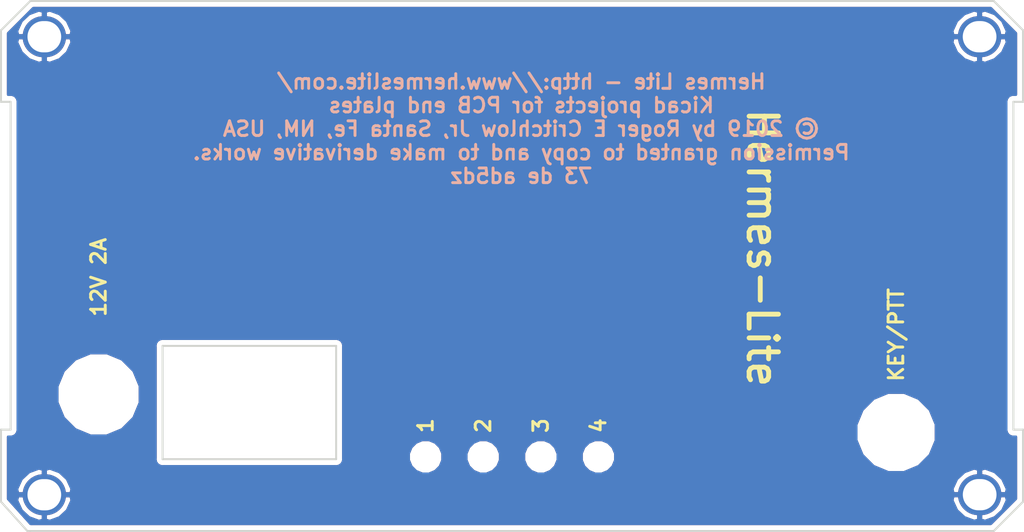
<source format=kicad_pcb>
(kicad_pcb (version 20171130) (host pcbnew 5.0.2+dfsg1-1)

  (general
    (thickness 1.6)
    (drawings 28)
    (tracks 0)
    (zones 0)
    (modules 10)
    (nets 2)
  )

  (page A4)
  (layers
    (0 F.Cu signal)
    (31 B.Cu signal)
    (32 B.Adhes user)
    (33 F.Adhes user)
    (34 B.Paste user)
    (35 F.Paste user)
    (36 B.SilkS user)
    (37 F.SilkS user)
    (38 B.Mask user)
    (39 F.Mask user)
    (40 Dwgs.User user)
    (41 Cmts.User user)
    (42 Eco1.User user)
    (43 Eco2.User user)
    (44 Edge.Cuts user)
    (45 Margin user)
    (46 B.CrtYd user)
    (47 F.CrtYd user)
    (48 B.Fab user)
    (49 F.Fab user)
  )

  (setup
    (last_trace_width 0.25)
    (trace_clearance 0.2)
    (zone_clearance 0.508)
    (zone_45_only no)
    (trace_min 0.2)
    (segment_width 0.2)
    (edge_width 0.2)
    (via_size 0.8)
    (via_drill 0.4)
    (via_min_size 0.4)
    (via_min_drill 0.3)
    (uvia_size 0.3)
    (uvia_drill 0.1)
    (uvias_allowed no)
    (uvia_min_size 0.2)
    (uvia_min_drill 0.1)
    (pcb_text_width 0.3)
    (pcb_text_size 1.5 1.5)
    (mod_edge_width 0.15)
    (mod_text_size 1 1)
    (mod_text_width 0.15)
    (pad_size 4.45 4.2)
    (pad_drill 3.45)
    (pad_to_mask_clearance 0.051)
    (solder_mask_min_width 0.25)
    (aux_axis_origin 0 0)
    (visible_elements FFFFFF7F)
    (pcbplotparams
      (layerselection 0x010fc_ffffffff)
      (usegerberextensions false)
      (usegerberattributes false)
      (usegerberadvancedattributes false)
      (creategerberjobfile false)
      (excludeedgelayer true)
      (linewidth 0.100000)
      (plotframeref false)
      (viasonmask false)
      (mode 1)
      (useauxorigin false)
      (hpglpennumber 1)
      (hpglpenspeed 20)
      (hpglpendiameter 15.000000)
      (psnegative false)
      (psa4output false)
      (plotreference true)
      (plotvalue true)
      (plotinvisibletext false)
      (padsonsilk false)
      (subtractmaskfromsilk false)
      (outputformat 1)
      (mirror false)
      (drillshape 0)
      (scaleselection 1)
      (outputdirectory "gerbers"))
  )

  (net 0 "")
  (net 1 GND)

  (net_class Default "This is the default net class."
    (clearance 0.2)
    (trace_width 0.25)
    (via_dia 0.8)
    (via_drill 0.4)
    (uvia_dia 0.3)
    (uvia_drill 0.1)
    (add_net GND)
  )

  (module MountingHole:MountingHole_2.2mm_M2 (layer F.Cu) (tedit 5D3708E0) (tstamp 5D34EB43)
    (at 121.6 187.5)
    (descr "Mounting Hole 2.2mm, no annular, M2")
    (tags "mounting hole 2.2mm no annular m2")
    (attr virtual)
    (fp_text reference 4 (at 0 -3.2 -90) (layer F.SilkS)
      (effects (font (size 1.5 1.5) (thickness 0.3)))
    )
    (fp_text value MountingHole_2.2mm_M2 (at 0 3.2) (layer F.Fab)
      (effects (font (size 1 1) (thickness 0.15)))
    )
    (fp_text user %R (at 0.3 0) (layer F.Fab)
      (effects (font (size 1 1) (thickness 0.15)))
    )
    (fp_circle (center 0 0) (end 2.2 0) (layer Cmts.User) (width 0.15))
    (fp_circle (center 0 0) (end 2.45 0) (layer F.CrtYd) (width 0.05))
    (pad 1 np_thru_hole circle (at 0 0) (size 2.2 2.2) (drill 2.2) (layers *.Cu *.Mask))
  )

  (module MountingHole:MountingHole_2.2mm_M2 (layer F.Cu) (tedit 5D3708EC) (tstamp 5D34EB35)
    (at 115.7 187.5)
    (descr "Mounting Hole 2.2mm, no annular, M2")
    (tags "mounting hole 2.2mm no annular m2")
    (attr virtual)
    (fp_text reference 3 (at 0 -3.2 -90) (layer F.SilkS)
      (effects (font (size 1.5 1.5) (thickness 0.3)))
    )
    (fp_text value MountingHole_2.2mm_M2 (at 0 3.2) (layer F.Fab)
      (effects (font (size 1 1) (thickness 0.15)))
    )
    (fp_circle (center 0 0) (end 2.45 0) (layer F.CrtYd) (width 0.05))
    (fp_circle (center 0 0) (end 2.2 0) (layer Cmts.User) (width 0.15))
    (fp_text user %R (at 0.3 0) (layer F.Fab)
      (effects (font (size 1 1) (thickness 0.15)))
    )
    (pad 1 np_thru_hole circle (at 0 0) (size 2.2 2.2) (drill 2.2) (layers *.Cu *.Mask))
  )

  (module MountingHole:MountingHole_2.2mm_M2 (layer F.Cu) (tedit 5D3708F7) (tstamp 5D34EB27)
    (at 109.8 187.5)
    (descr "Mounting Hole 2.2mm, no annular, M2")
    (tags "mounting hole 2.2mm no annular m2")
    (attr virtual)
    (fp_text reference 2 (at 0 -3.2 -90) (layer F.SilkS)
      (effects (font (size 1.5 1.5) (thickness 0.3)))
    )
    (fp_text value MountingHole_2.2mm_M2 (at 0 3.2) (layer F.Fab)
      (effects (font (size 1 1) (thickness 0.15)))
    )
    (fp_text user %R (at 0.3 0) (layer F.Fab)
      (effects (font (size 1 1) (thickness 0.15)))
    )
    (fp_circle (center 0 0) (end 2.2 0) (layer Cmts.User) (width 0.15))
    (fp_circle (center 0 0) (end 2.45 0) (layer F.CrtYd) (width 0.05))
    (pad 1 np_thru_hole circle (at 0 0) (size 2.2 2.2) (drill 2.2) (layers *.Cu *.Mask))
  )

  (module hl2-panel:Oval_Mounting_Hole (layer F.Cu) (tedit 5D33CC53) (tstamp 5D3E00FC)
    (at 64.837664 144.461404)
    (path /5D313F4C)
    (fp_text reference H1 (at 0 0.5) (layer F.SilkS)
      (effects (font (size 1 1) (thickness 0.15)))
    )
    (fp_text value MountingHole_Pad (at 0 -0.5) (layer F.Fab) hide
      (effects (font (size 1 1) (thickness 0.15)))
    )
    (pad 1 thru_hole oval (at 0 0) (size 4.45 4.2) (drill oval 3.45 3.2) (layers *.Cu *.Mask)
      (net 1 GND))
  )

  (module hl2-panel:Oval_Mounting_Hole (layer F.Cu) (tedit 5D34EC48) (tstamp 5D3E0108)
    (at 64.835847 191.382711)
    (path /5D313FA0)
    (fp_text reference H4 (at 0 0.5) (layer F.SilkS)
      (effects (font (size 1 1) (thickness 0.15)))
    )
    (fp_text value MountingHole_Pad (at 0 -0.5) (layer F.Fab) hide
      (effects (font (size 1 1) (thickness 0.15)))
    )
    (pad 1 thru_hole oval (at 0 0) (size 4.45 4.2) (drill oval 3.45 3.2) (layers *.Cu *.Mask)
      (net 1 GND))
  )

  (module hl2-panel:Oval_Mounting_Hole (layer F.Cu) (tedit 5D33CC53) (tstamp 5D3E0104)
    (at 160.655625 191.376298)
    (path /5D313F82)
    (fp_text reference H3 (at 0 0.5) (layer F.SilkS)
      (effects (font (size 1 1) (thickness 0.15)))
    )
    (fp_text value MountingHole_Pad (at 0 -0.5) (layer F.Fab) hide
      (effects (font (size 1 1) (thickness 0.15)))
    )
    (pad 1 thru_hole oval (at 0 0) (size 4.45 4.2) (drill oval 3.45 3.2) (layers *.Cu *.Mask)
      (net 1 GND))
  )

  (module hl2-panel:Oval_Mounting_Hole (layer F.Cu) (tedit 5D33CC53) (tstamp 5D3E0100)
    (at 160.649213 144.459694)
    (path /5D313F66)
    (fp_text reference H2 (at 0 0.5) (layer F.SilkS)
      (effects (font (size 1 1) (thickness 0.15)))
    )
    (fp_text value MountingHole_Pad (at 0 -0.5) (layer F.Fab) hide
      (effects (font (size 1 1) (thickness 0.15)))
    )
    (pad 1 thru_hole oval (at 0 0) (size 4.45 4.2) (drill oval 3.45 3.2) (layers *.Cu *.Mask)
      (net 1 GND))
  )

  (module MountingHole:MountingHole_6mm (layer F.Cu) (tedit 5D370941) (tstamp 5D34EA69)
    (at 70.4 181.1)
    (descr "Mounting Hole 6mm, no annular")
    (tags "mounting hole 6mm no annular")
    (attr virtual)
    (fp_text reference "12V 2A" (at 0 -12 -90) (layer F.SilkS)
      (effects (font (size 1.5 1.5) (thickness 0.3)))
    )
    (fp_text value MountingHole_6mm (at 0 7) (layer F.Fab)
      (effects (font (size 1 1) (thickness 0.15)))
    )
    (fp_circle (center 0 0) (end 6.25 0) (layer F.CrtYd) (width 0.05))
    (fp_circle (center 0 0) (end 6 0) (layer Cmts.User) (width 0.15))
    (fp_text user %R (at 0.3 0) (layer F.Fab)
      (effects (font (size 1 1) (thickness 0.15)))
    )
    (pad "" np_thru_hole circle (at 0 0) (size 7.2 7.2) (drill 7.2) (layers *.Cu *.Mask))
  )

  (module MountingHole:MountingHole_2.2mm_M2 (layer F.Cu) (tedit 5D370904) (tstamp 5D34EAB0)
    (at 103.9 187.5)
    (descr "Mounting Hole 2.2mm, no annular, M2")
    (tags "mounting hole 2.2mm no annular m2")
    (attr virtual)
    (fp_text reference 1 (at 0 -3.2 -90) (layer F.SilkS)
      (effects (font (size 1.5 1.5) (thickness 0.3)))
    )
    (fp_text value MountingHole_2.2mm_M2 (at 0 3.2) (layer F.Fab)
      (effects (font (size 1 1) (thickness 0.15)))
    )
    (fp_circle (center 0 0) (end 2.45 0) (layer F.CrtYd) (width 0.05))
    (fp_circle (center 0 0) (end 2.2 0) (layer Cmts.User) (width 0.15))
    (fp_text user %R (at 0.3 0) (layer F.Fab)
      (effects (font (size 1 1) (thickness 0.15)))
    )
    (pad 1 np_thru_hole circle (at 0 0) (size 2.2 2.2) (drill 2.2) (layers *.Cu *.Mask))
  )

  (module MountingHole:MountingHole_6.5mm (layer F.Cu) (tedit 5D3708D4) (tstamp 5D34EB8E)
    (at 152.1 185)
    (descr "Mounting Hole 6.5mm, no annular")
    (tags "mounting hole 6.5mm no annular")
    (attr virtual)
    (fp_text reference KEY/PTT (at 0 -10 -90) (layer F.SilkS)
      (effects (font (size 1.5 1.5) (thickness 0.3)))
    )
    (fp_text value MountingHole_6.5mm (at 0 7.5) (layer F.Fab)
      (effects (font (size 1 1) (thickness 0.15)))
    )
    (fp_circle (center 0 0) (end 6.75 0) (layer F.CrtYd) (width 0.05))
    (fp_circle (center 0 0) (end 6.5 0) (layer Cmts.User) (width 0.15))
    (fp_text user %R (at 0.3 0) (layer F.Fab)
      (effects (font (size 1 1) (thickness 0.15)))
    )
    (pad "" np_thru_hole circle (at 0 0) (size 6.9 6.9) (drill 6.9) (layers *.Cu *.Mask))
  )

  (gr_text "Hermes Lite - http://www.hermeslite.com/\nKicad projects for PCB end plates\n© 2019 by Roger E Critchlow Jr, Santa Fe, NM, USA\nPermission granted to copy and to make derivative works.\n73 de ad5dz\n" (at 113.7 153.9) (layer B.SilkS) (tstamp 5D36675F)
    (effects (font (size 1.5 1.5) (thickness 0.3)) (justify mirror))
  )
  (gr_text Hermes-Lite (at 138.4 166.1 270) (layer F.SilkS)
    (effects (font (size 3 3) (thickness 0.5)))
  )
  (gr_line (start 116.710388 187.468348) (end 116.710388 187.468348) (layer Dwgs.User) (width 0.2))
  (gr_line (start 116.710388 187.468348) (end 116.710388 187.468348) (layer Dwgs.User) (width 0.2))
  (gr_line (start 76.952334 187.739969) (end 76.952334 187.739969) (layer Dwgs.User) (width 0.2))
  (gr_line (start 94.732331 187.739969) (end 76.952334 187.739969) (layer Edge.Cuts) (width 0.2))
  (gr_line (start 94.732331 176.133591) (end 94.732331 187.739969) (layer Edge.Cuts) (width 0.2))
  (gr_line (start 76.952334 176.133591) (end 94.732331 176.133591) (layer Edge.Cuts) (width 0.2))
  (gr_line (start 76.952334 187.739969) (end 76.952334 176.133591) (layer Edge.Cuts) (width 0.2))
  (gr_line (start 63.4 195.1) (end 63.1 195.1) (layer Edge.Cuts) (width 0.2))
  (gr_line (start 60.4 192.1) (end 63.1 195.1) (layer Edge.Cuts) (width 0.2))
  (gr_line (start 63.4 195.1) (end 162.1 195.1) (layer Edge.Cuts) (width 0.2) (tstamp 5D34D9BA))
  (gr_line (start 162.1 195.1) (end 165.1 192.1) (layer Edge.Cuts) (width 0.2))
  (gr_line (start 165.1 192.1) (end 165.1 184.714296) (layer Edge.Cuts) (width 0.2) (tstamp 5D34D91B))
  (gr_line (start 162.1 140.8) (end 165.1 143.8) (layer Edge.Cuts) (width 0.2))
  (gr_line (start 162.1 140.8) (end 63.6 140.8) (layer Edge.Cuts) (width 0.2) (tstamp 5D34D7BC))
  (gr_line (start 165.1 143.8) (end 165.1 143.8) (layer Edge.Cuts) (width 0.2) (tstamp 5D34D7A7))
  (gr_line (start 63.6 140.8) (end 63.4 140.8) (layer Edge.Cuts) (width 0.2))
  (gr_line (start 60.4 143.8) (end 63.4 140.8) (layer Edge.Cuts) (width 0.2))
  (gr_line (start 60.395554 143.8) (end 60.395554 151.13) (layer Edge.Cuts) (width 0.2) (tstamp 5D34D5E8))
  (gr_line (start 60.395554 184.714296) (end 60.395554 192.1) (layer Edge.Cuts) (width 0.2))
  (gr_line (start 61.383334 184.71438) (end 60.395554 184.714296) (layer Edge.Cuts) (width 0.2))
  (gr_line (start 61.383334 151.12992) (end 61.383334 184.71438) (layer Edge.Cuts) (width 0.2))
  (gr_line (start 60.395554 151.13) (end 61.383334 151.12992) (layer Edge.Cuts) (width 0.2))
  (gr_line (start 164.11222 151.12992) (end 165.1 151.13) (layer Edge.Cuts) (width 0.2))
  (gr_line (start 164.11222 184.71438) (end 164.11222 151.12992) (layer Edge.Cuts) (width 0.2))
  (gr_line (start 165.1 184.714296) (end 164.11222 184.71438) (layer Edge.Cuts) (width 0.2))
  (gr_line (start 165.1 151.13) (end 165.1 143.8) (layer Edge.Cuts) (width 0.2))

  (zone (net 1) (net_name GND) (layer F.Cu) (tstamp 5D366DB1) (hatch edge 0.508)
    (connect_pads (clearance 0.508))
    (min_thickness 0.254)
    (fill yes (arc_segments 16) (thermal_gap 0.508) (thermal_bridge_width 0.508))
    (polygon
      (pts
        (xy 63.7 141.2) (xy 162 141.1) (xy 164.8 143.9) (xy 164.8 150.8) (xy 163.8 150.8)
        (xy 163.8 185) (xy 164.8 185) (xy 164.8 192) (xy 162 194.8) (xy 63.2 194.8)
        (xy 60.7 192) (xy 60.7 185) (xy 61.7 185) (xy 61.7 150.8) (xy 60.7 150.8)
        (xy 60.7 143.9) (xy 63.4 141.2)
      )
    )
    (polygon
      (pts
        (xy 76.7 175.9) (xy 95 175.9) (xy 95 188) (xy 76.7 188)
      )
    )
    (filled_polygon
      (pts
        (xy 164.365001 144.104448) (xy 164.365 150.394941) (xy 164.184642 150.394927) (xy 164.11222 150.380521) (xy 163.960774 150.410646)
        (xy 163.825494 150.437543) (xy 163.825469 150.43756) (xy 163.825438 150.437566) (xy 163.701861 150.520137) (xy 163.582358 150.599973)
        (xy 163.582341 150.599998) (xy 163.582316 150.600015) (xy 163.502504 150.719463) (xy 163.41989 150.843081) (xy 163.419884 150.843112)
        (xy 163.419867 150.843137) (xy 163.391528 150.985607) (xy 163.362822 151.12986) (xy 163.377221 151.202279) (xy 163.37722 184.642027)
        (xy 163.362822 184.714443) (xy 163.38969 184.849457) (xy 163.419866 185.001162) (xy 163.419885 185.00119) (xy 163.419891 185.001221)
        (xy 163.497086 185.11673) (xy 163.582315 185.244285) (xy 163.582344 185.244304) (xy 163.582361 185.24433) (xy 163.699183 185.322374)
        (xy 163.825437 185.406734) (xy 163.82547 185.406741) (xy 163.825496 185.406758) (xy 163.965004 185.434496) (xy 164.11222 185.463779)
        (xy 164.18464 185.449374) (xy 164.365001 185.449358) (xy 164.365 191.795553) (xy 161.795554 194.365) (xy 63.427342 194.365)
        (xy 61.240822 191.935534) (xy 62.0323 191.935534) (xy 62.050994 192.019229) (xy 62.497048 192.988659) (xy 63.280133 193.713598)
        (xy 64.281031 194.08368) (xy 64.708847 193.958915) (xy 64.708847 191.509711) (xy 64.962847 191.509711) (xy 64.962847 193.958915)
        (xy 65.390663 194.08368) (xy 66.391561 193.713598) (xy 67.174646 192.988659) (xy 67.6207 192.019229) (xy 67.639394 191.935534)
        (xy 67.637807 191.929121) (xy 157.852078 191.929121) (xy 157.870772 192.012816) (xy 158.316826 192.982246) (xy 159.099911 193.707185)
        (xy 160.100809 194.077267) (xy 160.528625 193.952502) (xy 160.528625 191.503298) (xy 160.782625 191.503298) (xy 160.782625 193.952502)
        (xy 161.210441 194.077267) (xy 162.211339 193.707185) (xy 162.994424 192.982246) (xy 163.440478 192.012816) (xy 163.459172 191.929121)
        (xy 163.353743 191.503298) (xy 160.782625 191.503298) (xy 160.528625 191.503298) (xy 157.957507 191.503298) (xy 157.852078 191.929121)
        (xy 67.637807 191.929121) (xy 67.533965 191.509711) (xy 64.962847 191.509711) (xy 64.708847 191.509711) (xy 62.137729 191.509711)
        (xy 62.0323 191.935534) (xy 61.240822 191.935534) (xy 61.130554 191.813015) (xy 61.130554 190.829888) (xy 62.0323 190.829888)
        (xy 62.137729 191.255711) (xy 64.708847 191.255711) (xy 64.708847 188.806507) (xy 64.962847 188.806507) (xy 64.962847 191.255711)
        (xy 67.533965 191.255711) (xy 67.639394 190.829888) (xy 67.637962 190.823475) (xy 157.852078 190.823475) (xy 157.957507 191.249298)
        (xy 160.528625 191.249298) (xy 160.528625 188.800094) (xy 160.782625 188.800094) (xy 160.782625 191.249298) (xy 163.353743 191.249298)
        (xy 163.459172 190.823475) (xy 163.440478 190.73978) (xy 162.994424 189.77035) (xy 162.211339 189.045411) (xy 161.210441 188.675329)
        (xy 160.782625 188.800094) (xy 160.528625 188.800094) (xy 160.100809 188.675329) (xy 159.099911 189.045411) (xy 158.316826 189.77035)
        (xy 157.870772 190.73978) (xy 157.852078 190.823475) (xy 67.637962 190.823475) (xy 67.6207 190.746193) (xy 67.174646 189.776763)
        (xy 66.391561 189.051824) (xy 65.390663 188.681742) (xy 64.962847 188.806507) (xy 64.708847 188.806507) (xy 64.281031 188.681742)
        (xy 63.280133 189.051824) (xy 62.497048 189.776763) (xy 62.050994 190.746193) (xy 62.0323 190.829888) (xy 61.130554 190.829888)
        (xy 61.130554 185.449358) (xy 61.310914 185.449374) (xy 61.383334 185.463779) (xy 61.53055 185.434496) (xy 61.670058 185.406758)
        (xy 61.670084 185.406741) (xy 61.670117 185.406734) (xy 61.796371 185.322374) (xy 61.913193 185.24433) (xy 61.91321 185.244304)
        (xy 61.913239 185.244285) (xy 62.000387 185.113859) (xy 62.075663 185.001221) (xy 62.075669 185.001192) (xy 62.075688 185.001163)
        (xy 62.106317 184.847181) (xy 62.132732 184.714443) (xy 62.118334 184.642027) (xy 62.118334 180.257606) (xy 66.165 180.257606)
        (xy 66.165 181.942394) (xy 66.80974 183.498935) (xy 68.001065 184.69026) (xy 69.557606 185.335) (xy 71.242394 185.335)
        (xy 72.798935 184.69026) (xy 73.99026 183.498935) (xy 74.635 181.942394) (xy 74.635 180.257606) (xy 73.99026 178.701065)
        (xy 72.798935 177.50974) (xy 71.242394 176.865) (xy 69.557606 176.865) (xy 68.001065 177.50974) (xy 66.80974 178.701065)
        (xy 66.165 180.257606) (xy 62.118334 180.257606) (xy 62.118334 176.133591) (xy 76.202935 176.133591) (xy 76.217335 176.205984)
        (xy 76.217334 187.667581) (xy 76.202935 187.739969) (xy 76.25998 188.026752) (xy 76.422429 188.269874) (xy 76.665551 188.432323)
        (xy 76.952334 188.489368) (xy 77.024722 188.474969) (xy 94.659943 188.474969) (xy 94.732331 188.489368) (xy 94.804719 188.474969)
        (xy 94.864409 188.463096) (xy 95.019114 188.432323) (xy 95.262236 188.269874) (xy 95.424685 188.026752) (xy 95.467331 187.812357)
        (xy 95.467331 187.812356) (xy 95.48173 187.739969) (xy 95.467331 187.667581) (xy 95.467331 187.154887) (xy 102.165 187.154887)
        (xy 102.165 187.845113) (xy 102.429138 188.482799) (xy 102.917201 188.970862) (xy 103.554887 189.235) (xy 104.245113 189.235)
        (xy 104.882799 188.970862) (xy 105.370862 188.482799) (xy 105.635 187.845113) (xy 105.635 187.154887) (xy 108.065 187.154887)
        (xy 108.065 187.845113) (xy 108.329138 188.482799) (xy 108.817201 188.970862) (xy 109.454887 189.235) (xy 110.145113 189.235)
        (xy 110.782799 188.970862) (xy 111.270862 188.482799) (xy 111.535 187.845113) (xy 111.535 187.154887) (xy 113.965 187.154887)
        (xy 113.965 187.845113) (xy 114.229138 188.482799) (xy 114.717201 188.970862) (xy 115.354887 189.235) (xy 116.045113 189.235)
        (xy 116.682799 188.970862) (xy 117.170862 188.482799) (xy 117.435 187.845113) (xy 117.435 187.154887) (xy 119.865 187.154887)
        (xy 119.865 187.845113) (xy 120.129138 188.482799) (xy 120.617201 188.970862) (xy 121.254887 189.235) (xy 121.945113 189.235)
        (xy 122.582799 188.970862) (xy 123.070862 188.482799) (xy 123.335 187.845113) (xy 123.335 187.154887) (xy 123.070862 186.517201)
        (xy 122.582799 186.029138) (xy 121.945113 185.765) (xy 121.254887 185.765) (xy 120.617201 186.029138) (xy 120.129138 186.517201)
        (xy 119.865 187.154887) (xy 117.435 187.154887) (xy 117.170862 186.517201) (xy 116.682799 186.029138) (xy 116.045113 185.765)
        (xy 115.354887 185.765) (xy 114.717201 186.029138) (xy 114.229138 186.517201) (xy 113.965 187.154887) (xy 111.535 187.154887)
        (xy 111.270862 186.517201) (xy 110.782799 186.029138) (xy 110.145113 185.765) (xy 109.454887 185.765) (xy 108.817201 186.029138)
        (xy 108.329138 186.517201) (xy 108.065 187.154887) (xy 105.635 187.154887) (xy 105.370862 186.517201) (xy 104.882799 186.029138)
        (xy 104.245113 185.765) (xy 103.554887 185.765) (xy 102.917201 186.029138) (xy 102.429138 186.517201) (xy 102.165 187.154887)
        (xy 95.467331 187.154887) (xy 95.467331 184.187443) (xy 148.015 184.187443) (xy 148.015 185.812557) (xy 148.636904 187.313967)
        (xy 149.786033 188.463096) (xy 151.287443 189.085) (xy 152.912557 189.085) (xy 154.413967 188.463096) (xy 155.563096 187.313967)
        (xy 156.185 185.812557) (xy 156.185 184.187443) (xy 155.563096 182.686033) (xy 154.413967 181.536904) (xy 152.912557 180.915)
        (xy 151.287443 180.915) (xy 149.786033 181.536904) (xy 148.636904 182.686033) (xy 148.015 184.187443) (xy 95.467331 184.187443)
        (xy 95.467331 176.205979) (xy 95.48173 176.133591) (xy 95.424685 175.846808) (xy 95.262236 175.603686) (xy 95.019114 175.441237)
        (xy 94.804719 175.398591) (xy 94.732331 175.384192) (xy 94.659943 175.398591) (xy 77.024722 175.398591) (xy 76.952334 175.384192)
        (xy 76.879946 175.398591) (xy 76.665551 175.441237) (xy 76.422429 175.603686) (xy 76.25998 175.846808) (xy 76.202935 176.133591)
        (xy 62.118334 176.133591) (xy 62.118334 151.202274) (xy 62.132732 151.12986) (xy 62.106417 150.997624) (xy 62.075688 150.843137)
        (xy 62.07567 150.84311) (xy 62.075664 150.843081) (xy 61.99878 150.728037) (xy 61.913239 150.600015) (xy 61.913212 150.599997)
        (xy 61.913196 150.599973) (xy 61.796675 150.52213) (xy 61.670116 150.437566) (xy 61.670085 150.43756) (xy 61.67006 150.437543)
        (xy 61.53478 150.410646) (xy 61.383334 150.380521) (xy 61.310912 150.394927) (xy 61.130554 150.394941) (xy 61.130554 145.014227)
        (xy 62.034117 145.014227) (xy 62.052811 145.097922) (xy 62.498865 146.067352) (xy 63.28195 146.792291) (xy 64.282848 147.162373)
        (xy 64.710664 147.037608) (xy 64.710664 144.588404) (xy 64.964664 144.588404) (xy 64.964664 147.037608) (xy 65.39248 147.162373)
        (xy 66.393378 146.792291) (xy 67.176463 146.067352) (xy 67.622517 145.097922) (xy 67.641211 145.014227) (xy 67.640788 145.012517)
        (xy 157.845666 145.012517) (xy 157.86436 145.096212) (xy 158.310414 146.065642) (xy 159.093499 146.790581) (xy 160.094397 147.160663)
        (xy 160.522213 147.035898) (xy 160.522213 144.586694) (xy 160.776213 144.586694) (xy 160.776213 147.035898) (xy 161.204029 147.160663)
        (xy 162.204927 146.790581) (xy 162.988012 146.065642) (xy 163.434066 145.096212) (xy 163.45276 145.012517) (xy 163.347331 144.586694)
        (xy 160.776213 144.586694) (xy 160.522213 144.586694) (xy 157.951095 144.586694) (xy 157.845666 145.012517) (xy 67.640788 145.012517)
        (xy 67.535782 144.588404) (xy 64.964664 144.588404) (xy 64.710664 144.588404) (xy 62.139546 144.588404) (xy 62.034117 145.014227)
        (xy 61.130554 145.014227) (xy 61.130554 144.108892) (xy 61.330865 143.908581) (xy 62.034117 143.908581) (xy 62.139546 144.334404)
        (xy 64.710664 144.334404) (xy 64.710664 141.8852) (xy 64.964664 141.8852) (xy 64.964664 144.334404) (xy 67.535782 144.334404)
        (xy 67.641211 143.908581) (xy 67.64083 143.906871) (xy 157.845666 143.906871) (xy 157.951095 144.332694) (xy 160.522213 144.332694)
        (xy 160.522213 141.88349) (xy 160.776213 141.88349) (xy 160.776213 144.332694) (xy 163.347331 144.332694) (xy 163.45276 143.906871)
        (xy 163.434066 143.823176) (xy 162.988012 142.853746) (xy 162.204927 142.128807) (xy 161.204029 141.758725) (xy 160.776213 141.88349)
        (xy 160.522213 141.88349) (xy 160.094397 141.758725) (xy 159.093499 142.128807) (xy 158.310414 142.853746) (xy 157.86436 143.823176)
        (xy 157.845666 143.906871) (xy 67.64083 143.906871) (xy 67.622517 143.824886) (xy 67.176463 142.855456) (xy 66.393378 142.130517)
        (xy 65.39248 141.760435) (xy 64.964664 141.8852) (xy 64.710664 141.8852) (xy 64.282848 141.760435) (xy 63.28195 142.130517)
        (xy 62.498865 142.855456) (xy 62.052811 143.824886) (xy 62.034117 143.908581) (xy 61.330865 143.908581) (xy 63.704447 141.535)
        (xy 161.795554 141.535)
      )
    )
  )
  (zone (net 1) (net_name GND) (layer B.Cu) (tstamp 5D366DAE) (hatch edge 0.508)
    (connect_pads (clearance 0.508))
    (min_thickness 0.254)
    (fill yes (arc_segments 16) (thermal_gap 0.508) (thermal_bridge_width 0.508))
    (polygon
      (pts
        (xy 63.7 141.2) (xy 162 141.1) (xy 164.8 143.9) (xy 164.8 150.8) (xy 163.8 150.8)
        (xy 163.8 185) (xy 164.8 185) (xy 164.8 192) (xy 162 194.8) (xy 63.2 194.8)
        (xy 60.7 192) (xy 60.7 185) (xy 61.7 185) (xy 61.7 150.8) (xy 60.7 150.8)
        (xy 60.7 143.9) (xy 63.4 141.2)
      )
    )
    (polygon
      (pts
        (xy 76.7 175.9) (xy 95 175.9) (xy 95 188) (xy 76.7 188)
      )
    )
    (filled_polygon
      (pts
        (xy 164.365001 144.104448) (xy 164.365 150.394941) (xy 164.184642 150.394927) (xy 164.11222 150.380521) (xy 163.960774 150.410646)
        (xy 163.825494 150.437543) (xy 163.825469 150.43756) (xy 163.825438 150.437566) (xy 163.701861 150.520137) (xy 163.582358 150.599973)
        (xy 163.582341 150.599998) (xy 163.582316 150.600015) (xy 163.502504 150.719463) (xy 163.41989 150.843081) (xy 163.419884 150.843112)
        (xy 163.419867 150.843137) (xy 163.391528 150.985607) (xy 163.362822 151.12986) (xy 163.377221 151.202279) (xy 163.37722 184.642027)
        (xy 163.362822 184.714443) (xy 163.38969 184.849457) (xy 163.419866 185.001162) (xy 163.419885 185.00119) (xy 163.419891 185.001221)
        (xy 163.497086 185.11673) (xy 163.582315 185.244285) (xy 163.582344 185.244304) (xy 163.582361 185.24433) (xy 163.699183 185.322374)
        (xy 163.825437 185.406734) (xy 163.82547 185.406741) (xy 163.825496 185.406758) (xy 163.965004 185.434496) (xy 164.11222 185.463779)
        (xy 164.18464 185.449374) (xy 164.365001 185.449358) (xy 164.365 191.795553) (xy 161.795554 194.365) (xy 63.427342 194.365)
        (xy 61.240822 191.935534) (xy 62.0323 191.935534) (xy 62.050994 192.019229) (xy 62.497048 192.988659) (xy 63.280133 193.713598)
        (xy 64.281031 194.08368) (xy 64.708847 193.958915) (xy 64.708847 191.509711) (xy 64.962847 191.509711) (xy 64.962847 193.958915)
        (xy 65.390663 194.08368) (xy 66.391561 193.713598) (xy 67.174646 192.988659) (xy 67.6207 192.019229) (xy 67.639394 191.935534)
        (xy 67.637807 191.929121) (xy 157.852078 191.929121) (xy 157.870772 192.012816) (xy 158.316826 192.982246) (xy 159.099911 193.707185)
        (xy 160.100809 194.077267) (xy 160.528625 193.952502) (xy 160.528625 191.503298) (xy 160.782625 191.503298) (xy 160.782625 193.952502)
        (xy 161.210441 194.077267) (xy 162.211339 193.707185) (xy 162.994424 192.982246) (xy 163.440478 192.012816) (xy 163.459172 191.929121)
        (xy 163.353743 191.503298) (xy 160.782625 191.503298) (xy 160.528625 191.503298) (xy 157.957507 191.503298) (xy 157.852078 191.929121)
        (xy 67.637807 191.929121) (xy 67.533965 191.509711) (xy 64.962847 191.509711) (xy 64.708847 191.509711) (xy 62.137729 191.509711)
        (xy 62.0323 191.935534) (xy 61.240822 191.935534) (xy 61.130554 191.813015) (xy 61.130554 190.829888) (xy 62.0323 190.829888)
        (xy 62.137729 191.255711) (xy 64.708847 191.255711) (xy 64.708847 188.806507) (xy 64.962847 188.806507) (xy 64.962847 191.255711)
        (xy 67.533965 191.255711) (xy 67.639394 190.829888) (xy 67.637962 190.823475) (xy 157.852078 190.823475) (xy 157.957507 191.249298)
        (xy 160.528625 191.249298) (xy 160.528625 188.800094) (xy 160.782625 188.800094) (xy 160.782625 191.249298) (xy 163.353743 191.249298)
        (xy 163.459172 190.823475) (xy 163.440478 190.73978) (xy 162.994424 189.77035) (xy 162.211339 189.045411) (xy 161.210441 188.675329)
        (xy 160.782625 188.800094) (xy 160.528625 188.800094) (xy 160.100809 188.675329) (xy 159.099911 189.045411) (xy 158.316826 189.77035)
        (xy 157.870772 190.73978) (xy 157.852078 190.823475) (xy 67.637962 190.823475) (xy 67.6207 190.746193) (xy 67.174646 189.776763)
        (xy 66.391561 189.051824) (xy 65.390663 188.681742) (xy 64.962847 188.806507) (xy 64.708847 188.806507) (xy 64.281031 188.681742)
        (xy 63.280133 189.051824) (xy 62.497048 189.776763) (xy 62.050994 190.746193) (xy 62.0323 190.829888) (xy 61.130554 190.829888)
        (xy 61.130554 185.449358) (xy 61.310914 185.449374) (xy 61.383334 185.463779) (xy 61.53055 185.434496) (xy 61.670058 185.406758)
        (xy 61.670084 185.406741) (xy 61.670117 185.406734) (xy 61.796371 185.322374) (xy 61.913193 185.24433) (xy 61.91321 185.244304)
        (xy 61.913239 185.244285) (xy 62.000387 185.113859) (xy 62.075663 185.001221) (xy 62.075669 185.001192) (xy 62.075688 185.001163)
        (xy 62.106317 184.847181) (xy 62.132732 184.714443) (xy 62.118334 184.642027) (xy 62.118334 180.257606) (xy 66.165 180.257606)
        (xy 66.165 181.942394) (xy 66.80974 183.498935) (xy 68.001065 184.69026) (xy 69.557606 185.335) (xy 71.242394 185.335)
        (xy 72.798935 184.69026) (xy 73.99026 183.498935) (xy 74.635 181.942394) (xy 74.635 180.257606) (xy 73.99026 178.701065)
        (xy 72.798935 177.50974) (xy 71.242394 176.865) (xy 69.557606 176.865) (xy 68.001065 177.50974) (xy 66.80974 178.701065)
        (xy 66.165 180.257606) (xy 62.118334 180.257606) (xy 62.118334 176.133591) (xy 76.202935 176.133591) (xy 76.217335 176.205984)
        (xy 76.217334 187.667581) (xy 76.202935 187.739969) (xy 76.25998 188.026752) (xy 76.422429 188.269874) (xy 76.665551 188.432323)
        (xy 76.952334 188.489368) (xy 77.024722 188.474969) (xy 94.659943 188.474969) (xy 94.732331 188.489368) (xy 94.804719 188.474969)
        (xy 94.864409 188.463096) (xy 95.019114 188.432323) (xy 95.262236 188.269874) (xy 95.424685 188.026752) (xy 95.467331 187.812357)
        (xy 95.467331 187.812356) (xy 95.48173 187.739969) (xy 95.467331 187.667581) (xy 95.467331 187.154887) (xy 102.165 187.154887)
        (xy 102.165 187.845113) (xy 102.429138 188.482799) (xy 102.917201 188.970862) (xy 103.554887 189.235) (xy 104.245113 189.235)
        (xy 104.882799 188.970862) (xy 105.370862 188.482799) (xy 105.635 187.845113) (xy 105.635 187.154887) (xy 108.065 187.154887)
        (xy 108.065 187.845113) (xy 108.329138 188.482799) (xy 108.817201 188.970862) (xy 109.454887 189.235) (xy 110.145113 189.235)
        (xy 110.782799 188.970862) (xy 111.270862 188.482799) (xy 111.535 187.845113) (xy 111.535 187.154887) (xy 113.965 187.154887)
        (xy 113.965 187.845113) (xy 114.229138 188.482799) (xy 114.717201 188.970862) (xy 115.354887 189.235) (xy 116.045113 189.235)
        (xy 116.682799 188.970862) (xy 117.170862 188.482799) (xy 117.435 187.845113) (xy 117.435 187.154887) (xy 119.865 187.154887)
        (xy 119.865 187.845113) (xy 120.129138 188.482799) (xy 120.617201 188.970862) (xy 121.254887 189.235) (xy 121.945113 189.235)
        (xy 122.582799 188.970862) (xy 123.070862 188.482799) (xy 123.335 187.845113) (xy 123.335 187.154887) (xy 123.070862 186.517201)
        (xy 122.582799 186.029138) (xy 121.945113 185.765) (xy 121.254887 185.765) (xy 120.617201 186.029138) (xy 120.129138 186.517201)
        (xy 119.865 187.154887) (xy 117.435 187.154887) (xy 117.170862 186.517201) (xy 116.682799 186.029138) (xy 116.045113 185.765)
        (xy 115.354887 185.765) (xy 114.717201 186.029138) (xy 114.229138 186.517201) (xy 113.965 187.154887) (xy 111.535 187.154887)
        (xy 111.270862 186.517201) (xy 110.782799 186.029138) (xy 110.145113 185.765) (xy 109.454887 185.765) (xy 108.817201 186.029138)
        (xy 108.329138 186.517201) (xy 108.065 187.154887) (xy 105.635 187.154887) (xy 105.370862 186.517201) (xy 104.882799 186.029138)
        (xy 104.245113 185.765) (xy 103.554887 185.765) (xy 102.917201 186.029138) (xy 102.429138 186.517201) (xy 102.165 187.154887)
        (xy 95.467331 187.154887) (xy 95.467331 184.187443) (xy 148.015 184.187443) (xy 148.015 185.812557) (xy 148.636904 187.313967)
        (xy 149.786033 188.463096) (xy 151.287443 189.085) (xy 152.912557 189.085) (xy 154.413967 188.463096) (xy 155.563096 187.313967)
        (xy 156.185 185.812557) (xy 156.185 184.187443) (xy 155.563096 182.686033) (xy 154.413967 181.536904) (xy 152.912557 180.915)
        (xy 151.287443 180.915) (xy 149.786033 181.536904) (xy 148.636904 182.686033) (xy 148.015 184.187443) (xy 95.467331 184.187443)
        (xy 95.467331 176.205979) (xy 95.48173 176.133591) (xy 95.424685 175.846808) (xy 95.262236 175.603686) (xy 95.019114 175.441237)
        (xy 94.804719 175.398591) (xy 94.732331 175.384192) (xy 94.659943 175.398591) (xy 77.024722 175.398591) (xy 76.952334 175.384192)
        (xy 76.879946 175.398591) (xy 76.665551 175.441237) (xy 76.422429 175.603686) (xy 76.25998 175.846808) (xy 76.202935 176.133591)
        (xy 62.118334 176.133591) (xy 62.118334 151.202274) (xy 62.132732 151.12986) (xy 62.106417 150.997624) (xy 62.075688 150.843137)
        (xy 62.07567 150.84311) (xy 62.075664 150.843081) (xy 61.99878 150.728037) (xy 61.913239 150.600015) (xy 61.913212 150.599997)
        (xy 61.913196 150.599973) (xy 61.796675 150.52213) (xy 61.670116 150.437566) (xy 61.670085 150.43756) (xy 61.67006 150.437543)
        (xy 61.53478 150.410646) (xy 61.383334 150.380521) (xy 61.310912 150.394927) (xy 61.130554 150.394941) (xy 61.130554 145.014227)
        (xy 62.034117 145.014227) (xy 62.052811 145.097922) (xy 62.498865 146.067352) (xy 63.28195 146.792291) (xy 64.282848 147.162373)
        (xy 64.710664 147.037608) (xy 64.710664 144.588404) (xy 64.964664 144.588404) (xy 64.964664 147.037608) (xy 65.39248 147.162373)
        (xy 66.393378 146.792291) (xy 67.176463 146.067352) (xy 67.622517 145.097922) (xy 67.641211 145.014227) (xy 67.640788 145.012517)
        (xy 157.845666 145.012517) (xy 157.86436 145.096212) (xy 158.310414 146.065642) (xy 159.093499 146.790581) (xy 160.094397 147.160663)
        (xy 160.522213 147.035898) (xy 160.522213 144.586694) (xy 160.776213 144.586694) (xy 160.776213 147.035898) (xy 161.204029 147.160663)
        (xy 162.204927 146.790581) (xy 162.988012 146.065642) (xy 163.434066 145.096212) (xy 163.45276 145.012517) (xy 163.347331 144.586694)
        (xy 160.776213 144.586694) (xy 160.522213 144.586694) (xy 157.951095 144.586694) (xy 157.845666 145.012517) (xy 67.640788 145.012517)
        (xy 67.535782 144.588404) (xy 64.964664 144.588404) (xy 64.710664 144.588404) (xy 62.139546 144.588404) (xy 62.034117 145.014227)
        (xy 61.130554 145.014227) (xy 61.130554 144.108892) (xy 61.330865 143.908581) (xy 62.034117 143.908581) (xy 62.139546 144.334404)
        (xy 64.710664 144.334404) (xy 64.710664 141.8852) (xy 64.964664 141.8852) (xy 64.964664 144.334404) (xy 67.535782 144.334404)
        (xy 67.641211 143.908581) (xy 67.64083 143.906871) (xy 157.845666 143.906871) (xy 157.951095 144.332694) (xy 160.522213 144.332694)
        (xy 160.522213 141.88349) (xy 160.776213 141.88349) (xy 160.776213 144.332694) (xy 163.347331 144.332694) (xy 163.45276 143.906871)
        (xy 163.434066 143.823176) (xy 162.988012 142.853746) (xy 162.204927 142.128807) (xy 161.204029 141.758725) (xy 160.776213 141.88349)
        (xy 160.522213 141.88349) (xy 160.094397 141.758725) (xy 159.093499 142.128807) (xy 158.310414 142.853746) (xy 157.86436 143.823176)
        (xy 157.845666 143.906871) (xy 67.64083 143.906871) (xy 67.622517 143.824886) (xy 67.176463 142.855456) (xy 66.393378 142.130517)
        (xy 65.39248 141.760435) (xy 64.964664 141.8852) (xy 64.710664 141.8852) (xy 64.282848 141.760435) (xy 63.28195 142.130517)
        (xy 62.498865 142.855456) (xy 62.052811 143.824886) (xy 62.034117 143.908581) (xy 61.330865 143.908581) (xy 63.704447 141.535)
        (xy 161.795554 141.535)
      )
    )
  )
  (zone (net 1) (net_name GND) (layer B.Cu) (tstamp 5D366DAB) (hatch edge 0.508)
    (connect_pads (clearance 0.508))
    (min_thickness 0.254)
    (fill yes (arc_segments 16) (thermal_gap 0.508) (thermal_bridge_width 0.508))
    (polygon
      (pts
        (xy 63.7 141.2) (xy 162 141.1) (xy 164.8 143.9) (xy 164.8 150.8) (xy 163.8 150.8)
        (xy 163.8 185) (xy 164.8 185) (xy 164.8 192) (xy 162 194.8) (xy 63.2 194.8)
        (xy 60.7 192) (xy 60.7 185) (xy 61.7 185) (xy 61.7 150.8) (xy 60.7 150.8)
        (xy 60.7 143.9) (xy 63.4 141.2)
      )
    )
    (polygon
      (pts
        (xy 76.7 175.9) (xy 95 175.9) (xy 95 188) (xy 76.7 188)
      )
    )
    (filled_polygon
      (pts
        (xy 164.365001 144.104448) (xy 164.365 150.394941) (xy 164.184642 150.394927) (xy 164.11222 150.380521) (xy 163.960774 150.410646)
        (xy 163.825494 150.437543) (xy 163.825469 150.43756) (xy 163.825438 150.437566) (xy 163.701861 150.520137) (xy 163.582358 150.599973)
        (xy 163.582341 150.599998) (xy 163.582316 150.600015) (xy 163.502504 150.719463) (xy 163.41989 150.843081) (xy 163.419884 150.843112)
        (xy 163.419867 150.843137) (xy 163.391528 150.985607) (xy 163.362822 151.12986) (xy 163.377221 151.202279) (xy 163.37722 184.642027)
        (xy 163.362822 184.714443) (xy 163.38969 184.849457) (xy 163.419866 185.001162) (xy 163.419885 185.00119) (xy 163.419891 185.001221)
        (xy 163.497086 185.11673) (xy 163.582315 185.244285) (xy 163.582344 185.244304) (xy 163.582361 185.24433) (xy 163.699183 185.322374)
        (xy 163.825437 185.406734) (xy 163.82547 185.406741) (xy 163.825496 185.406758) (xy 163.965004 185.434496) (xy 164.11222 185.463779)
        (xy 164.18464 185.449374) (xy 164.365001 185.449358) (xy 164.365 191.795553) (xy 161.795554 194.365) (xy 63.427342 194.365)
        (xy 61.240822 191.935534) (xy 62.0323 191.935534) (xy 62.050994 192.019229) (xy 62.497048 192.988659) (xy 63.280133 193.713598)
        (xy 64.281031 194.08368) (xy 64.708847 193.958915) (xy 64.708847 191.509711) (xy 64.962847 191.509711) (xy 64.962847 193.958915)
        (xy 65.390663 194.08368) (xy 66.391561 193.713598) (xy 67.174646 192.988659) (xy 67.6207 192.019229) (xy 67.639394 191.935534)
        (xy 67.637807 191.929121) (xy 157.852078 191.929121) (xy 157.870772 192.012816) (xy 158.316826 192.982246) (xy 159.099911 193.707185)
        (xy 160.100809 194.077267) (xy 160.528625 193.952502) (xy 160.528625 191.503298) (xy 160.782625 191.503298) (xy 160.782625 193.952502)
        (xy 161.210441 194.077267) (xy 162.211339 193.707185) (xy 162.994424 192.982246) (xy 163.440478 192.012816) (xy 163.459172 191.929121)
        (xy 163.353743 191.503298) (xy 160.782625 191.503298) (xy 160.528625 191.503298) (xy 157.957507 191.503298) (xy 157.852078 191.929121)
        (xy 67.637807 191.929121) (xy 67.533965 191.509711) (xy 64.962847 191.509711) (xy 64.708847 191.509711) (xy 62.137729 191.509711)
        (xy 62.0323 191.935534) (xy 61.240822 191.935534) (xy 61.130554 191.813015) (xy 61.130554 190.829888) (xy 62.0323 190.829888)
        (xy 62.137729 191.255711) (xy 64.708847 191.255711) (xy 64.708847 188.806507) (xy 64.962847 188.806507) (xy 64.962847 191.255711)
        (xy 67.533965 191.255711) (xy 67.639394 190.829888) (xy 67.637962 190.823475) (xy 157.852078 190.823475) (xy 157.957507 191.249298)
        (xy 160.528625 191.249298) (xy 160.528625 188.800094) (xy 160.782625 188.800094) (xy 160.782625 191.249298) (xy 163.353743 191.249298)
        (xy 163.459172 190.823475) (xy 163.440478 190.73978) (xy 162.994424 189.77035) (xy 162.211339 189.045411) (xy 161.210441 188.675329)
        (xy 160.782625 188.800094) (xy 160.528625 188.800094) (xy 160.100809 188.675329) (xy 159.099911 189.045411) (xy 158.316826 189.77035)
        (xy 157.870772 190.73978) (xy 157.852078 190.823475) (xy 67.637962 190.823475) (xy 67.6207 190.746193) (xy 67.174646 189.776763)
        (xy 66.391561 189.051824) (xy 65.390663 188.681742) (xy 64.962847 188.806507) (xy 64.708847 188.806507) (xy 64.281031 188.681742)
        (xy 63.280133 189.051824) (xy 62.497048 189.776763) (xy 62.050994 190.746193) (xy 62.0323 190.829888) (xy 61.130554 190.829888)
        (xy 61.130554 185.449358) (xy 61.310914 185.449374) (xy 61.383334 185.463779) (xy 61.53055 185.434496) (xy 61.670058 185.406758)
        (xy 61.670084 185.406741) (xy 61.670117 185.406734) (xy 61.796371 185.322374) (xy 61.913193 185.24433) (xy 61.91321 185.244304)
        (xy 61.913239 185.244285) (xy 62.000387 185.113859) (xy 62.075663 185.001221) (xy 62.075669 185.001192) (xy 62.075688 185.001163)
        (xy 62.106317 184.847181) (xy 62.132732 184.714443) (xy 62.118334 184.642027) (xy 62.118334 180.257606) (xy 66.165 180.257606)
        (xy 66.165 181.942394) (xy 66.80974 183.498935) (xy 68.001065 184.69026) (xy 69.557606 185.335) (xy 71.242394 185.335)
        (xy 72.798935 184.69026) (xy 73.99026 183.498935) (xy 74.635 181.942394) (xy 74.635 180.257606) (xy 73.99026 178.701065)
        (xy 72.798935 177.50974) (xy 71.242394 176.865) (xy 69.557606 176.865) (xy 68.001065 177.50974) (xy 66.80974 178.701065)
        (xy 66.165 180.257606) (xy 62.118334 180.257606) (xy 62.118334 176.133591) (xy 76.202935 176.133591) (xy 76.217335 176.205984)
        (xy 76.217334 187.667581) (xy 76.202935 187.739969) (xy 76.25998 188.026752) (xy 76.422429 188.269874) (xy 76.665551 188.432323)
        (xy 76.952334 188.489368) (xy 77.024722 188.474969) (xy 94.659943 188.474969) (xy 94.732331 188.489368) (xy 94.804719 188.474969)
        (xy 94.864409 188.463096) (xy 95.019114 188.432323) (xy 95.262236 188.269874) (xy 95.424685 188.026752) (xy 95.467331 187.812357)
        (xy 95.467331 187.812356) (xy 95.48173 187.739969) (xy 95.467331 187.667581) (xy 95.467331 187.154887) (xy 102.165 187.154887)
        (xy 102.165 187.845113) (xy 102.429138 188.482799) (xy 102.917201 188.970862) (xy 103.554887 189.235) (xy 104.245113 189.235)
        (xy 104.882799 188.970862) (xy 105.370862 188.482799) (xy 105.635 187.845113) (xy 105.635 187.154887) (xy 108.065 187.154887)
        (xy 108.065 187.845113) (xy 108.329138 188.482799) (xy 108.817201 188.970862) (xy 109.454887 189.235) (xy 110.145113 189.235)
        (xy 110.782799 188.970862) (xy 111.270862 188.482799) (xy 111.535 187.845113) (xy 111.535 187.154887) (xy 113.965 187.154887)
        (xy 113.965 187.845113) (xy 114.229138 188.482799) (xy 114.717201 188.970862) (xy 115.354887 189.235) (xy 116.045113 189.235)
        (xy 116.682799 188.970862) (xy 117.170862 188.482799) (xy 117.435 187.845113) (xy 117.435 187.154887) (xy 119.865 187.154887)
        (xy 119.865 187.845113) (xy 120.129138 188.482799) (xy 120.617201 188.970862) (xy 121.254887 189.235) (xy 121.945113 189.235)
        (xy 122.582799 188.970862) (xy 123.070862 188.482799) (xy 123.335 187.845113) (xy 123.335 187.154887) (xy 123.070862 186.517201)
        (xy 122.582799 186.029138) (xy 121.945113 185.765) (xy 121.254887 185.765) (xy 120.617201 186.029138) (xy 120.129138 186.517201)
        (xy 119.865 187.154887) (xy 117.435 187.154887) (xy 117.170862 186.517201) (xy 116.682799 186.029138) (xy 116.045113 185.765)
        (xy 115.354887 185.765) (xy 114.717201 186.029138) (xy 114.229138 186.517201) (xy 113.965 187.154887) (xy 111.535 187.154887)
        (xy 111.270862 186.517201) (xy 110.782799 186.029138) (xy 110.145113 185.765) (xy 109.454887 185.765) (xy 108.817201 186.029138)
        (xy 108.329138 186.517201) (xy 108.065 187.154887) (xy 105.635 187.154887) (xy 105.370862 186.517201) (xy 104.882799 186.029138)
        (xy 104.245113 185.765) (xy 103.554887 185.765) (xy 102.917201 186.029138) (xy 102.429138 186.517201) (xy 102.165 187.154887)
        (xy 95.467331 187.154887) (xy 95.467331 184.187443) (xy 148.015 184.187443) (xy 148.015 185.812557) (xy 148.636904 187.313967)
        (xy 149.786033 188.463096) (xy 151.287443 189.085) (xy 152.912557 189.085) (xy 154.413967 188.463096) (xy 155.563096 187.313967)
        (xy 156.185 185.812557) (xy 156.185 184.187443) (xy 155.563096 182.686033) (xy 154.413967 181.536904) (xy 152.912557 180.915)
        (xy 151.287443 180.915) (xy 149.786033 181.536904) (xy 148.636904 182.686033) (xy 148.015 184.187443) (xy 95.467331 184.187443)
        (xy 95.467331 176.205979) (xy 95.48173 176.133591) (xy 95.424685 175.846808) (xy 95.262236 175.603686) (xy 95.019114 175.441237)
        (xy 94.804719 175.398591) (xy 94.732331 175.384192) (xy 94.659943 175.398591) (xy 77.024722 175.398591) (xy 76.952334 175.384192)
        (xy 76.879946 175.398591) (xy 76.665551 175.441237) (xy 76.422429 175.603686) (xy 76.25998 175.846808) (xy 76.202935 176.133591)
        (xy 62.118334 176.133591) (xy 62.118334 151.202274) (xy 62.132732 151.12986) (xy 62.106417 150.997624) (xy 62.075688 150.843137)
        (xy 62.07567 150.84311) (xy 62.075664 150.843081) (xy 61.99878 150.728037) (xy 61.913239 150.600015) (xy 61.913212 150.599997)
        (xy 61.913196 150.599973) (xy 61.796675 150.52213) (xy 61.670116 150.437566) (xy 61.670085 150.43756) (xy 61.67006 150.437543)
        (xy 61.53478 150.410646) (xy 61.383334 150.380521) (xy 61.310912 150.394927) (xy 61.130554 150.394941) (xy 61.130554 145.014227)
        (xy 62.034117 145.014227) (xy 62.052811 145.097922) (xy 62.498865 146.067352) (xy 63.28195 146.792291) (xy 64.282848 147.162373)
        (xy 64.710664 147.037608) (xy 64.710664 144.588404) (xy 64.964664 144.588404) (xy 64.964664 147.037608) (xy 65.39248 147.162373)
        (xy 66.393378 146.792291) (xy 67.176463 146.067352) (xy 67.622517 145.097922) (xy 67.641211 145.014227) (xy 67.640788 145.012517)
        (xy 157.845666 145.012517) (xy 157.86436 145.096212) (xy 158.310414 146.065642) (xy 159.093499 146.790581) (xy 160.094397 147.160663)
        (xy 160.522213 147.035898) (xy 160.522213 144.586694) (xy 160.776213 144.586694) (xy 160.776213 147.035898) (xy 161.204029 147.160663)
        (xy 162.204927 146.790581) (xy 162.988012 146.065642) (xy 163.434066 145.096212) (xy 163.45276 145.012517) (xy 163.347331 144.586694)
        (xy 160.776213 144.586694) (xy 160.522213 144.586694) (xy 157.951095 144.586694) (xy 157.845666 145.012517) (xy 67.640788 145.012517)
        (xy 67.535782 144.588404) (xy 64.964664 144.588404) (xy 64.710664 144.588404) (xy 62.139546 144.588404) (xy 62.034117 145.014227)
        (xy 61.130554 145.014227) (xy 61.130554 144.108892) (xy 61.330865 143.908581) (xy 62.034117 143.908581) (xy 62.139546 144.334404)
        (xy 64.710664 144.334404) (xy 64.710664 141.8852) (xy 64.964664 141.8852) (xy 64.964664 144.334404) (xy 67.535782 144.334404)
        (xy 67.641211 143.908581) (xy 67.64083 143.906871) (xy 157.845666 143.906871) (xy 157.951095 144.332694) (xy 160.522213 144.332694)
        (xy 160.522213 141.88349) (xy 160.776213 141.88349) (xy 160.776213 144.332694) (xy 163.347331 144.332694) (xy 163.45276 143.906871)
        (xy 163.434066 143.823176) (xy 162.988012 142.853746) (xy 162.204927 142.128807) (xy 161.204029 141.758725) (xy 160.776213 141.88349)
        (xy 160.522213 141.88349) (xy 160.094397 141.758725) (xy 159.093499 142.128807) (xy 158.310414 142.853746) (xy 157.86436 143.823176)
        (xy 157.845666 143.906871) (xy 67.64083 143.906871) (xy 67.622517 143.824886) (xy 67.176463 142.855456) (xy 66.393378 142.130517)
        (xy 65.39248 141.760435) (xy 64.964664 141.8852) (xy 64.710664 141.8852) (xy 64.282848 141.760435) (xy 63.28195 142.130517)
        (xy 62.498865 142.855456) (xy 62.052811 143.824886) (xy 62.034117 143.908581) (xy 61.330865 143.908581) (xy 63.704447 141.535)
        (xy 161.795554 141.535)
      )
    )
  )
)

</source>
